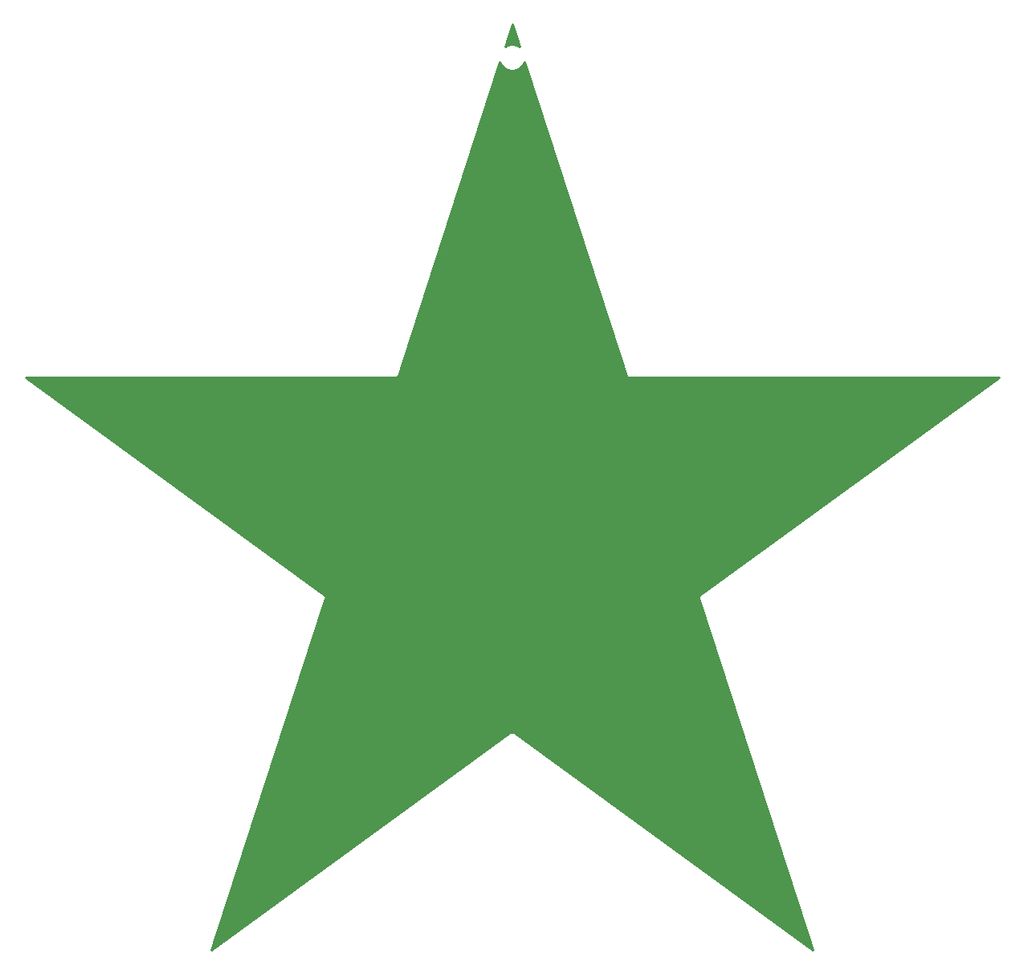
<source format=gbr>
G04 #@! TF.GenerationSoftware,KiCad,Pcbnew,(5.1.8)-1*
G04 #@! TF.CreationDate,2020-12-06T14:54:54-05:00*
G04 #@! TF.ProjectId,Snowflakes,536e6f77-666c-4616-9b65-732e6b696361,rev?*
G04 #@! TF.SameCoordinates,Original*
G04 #@! TF.FileFunction,Copper,L2,Inr*
G04 #@! TF.FilePolarity,Positive*
%FSLAX46Y46*%
G04 Gerber Fmt 4.6, Leading zero omitted, Abs format (unit mm)*
G04 Created by KiCad (PCBNEW (5.1.8)-1) date 2020-12-06 14:54:54*
%MOMM*%
%LPD*%
G01*
G04 APERTURE LIST*
G04 #@! TA.AperFunction,NonConductor*
%ADD10C,0.254000*%
G04 #@! TD*
G04 #@! TA.AperFunction,NonConductor*
%ADD11C,0.100000*%
G04 #@! TD*
G04 APERTURE END LIST*
D10*
X98779718Y-50222254D02*
X98930414Y-50447787D01*
X99122213Y-50639586D01*
X99347746Y-50790282D01*
X99598344Y-50894083D01*
X99864377Y-50947000D01*
X100135623Y-50947000D01*
X100401656Y-50894083D01*
X100652254Y-50790282D01*
X100877787Y-50639586D01*
X101069586Y-50447787D01*
X101220282Y-50222254D01*
X101293457Y-50045594D01*
X112033686Y-83101153D01*
X112042125Y-83128976D01*
X112051302Y-83146147D01*
X112059115Y-83164009D01*
X112066551Y-83174677D01*
X112072673Y-83186133D01*
X112085026Y-83201186D01*
X112096171Y-83217177D01*
X112105545Y-83226190D01*
X112113784Y-83236230D01*
X112128834Y-83248582D01*
X112142888Y-83262095D01*
X112153841Y-83269106D01*
X112163879Y-83277345D01*
X112181053Y-83286526D01*
X112197469Y-83297034D01*
X112209574Y-83301772D01*
X112221032Y-83307897D01*
X112239670Y-83313552D01*
X112257818Y-83320655D01*
X112270613Y-83322940D01*
X112283049Y-83326713D01*
X112302441Y-83328624D01*
X112321616Y-83332048D01*
X112350714Y-83331477D01*
X151295675Y-83333024D01*
X119789470Y-106225535D01*
X119765572Y-106242191D01*
X119752069Y-106256236D01*
X119737506Y-106269177D01*
X119729663Y-106279539D01*
X119720655Y-106288908D01*
X119710150Y-106305319D01*
X119698393Y-106320852D01*
X119692722Y-106332545D01*
X119685716Y-106343490D01*
X119678616Y-106361631D01*
X119670113Y-106379163D01*
X119666832Y-106391737D01*
X119662096Y-106403839D01*
X119658671Y-106423021D01*
X119653753Y-106441871D01*
X119652988Y-106454844D01*
X119650704Y-106467637D01*
X119651086Y-106487114D01*
X119649940Y-106506564D01*
X119651721Y-106519436D01*
X119651976Y-106532431D01*
X119656153Y-106551467D01*
X119658822Y-106570760D01*
X119668358Y-106598255D01*
X131702406Y-143634658D01*
X100195957Y-120745705D01*
X100172743Y-120728132D01*
X100155213Y-120719628D01*
X100138393Y-120709771D01*
X100126120Y-120705516D01*
X100114434Y-120699847D01*
X100095575Y-120694925D01*
X100077162Y-120688541D01*
X100064295Y-120686762D01*
X100051728Y-120683482D01*
X100032273Y-120682334D01*
X100012965Y-120679664D01*
X100000000Y-120680429D01*
X99987034Y-120679664D01*
X99967726Y-120682334D01*
X99948272Y-120683482D01*
X99935706Y-120686762D01*
X99922837Y-120688541D01*
X99904421Y-120694926D01*
X99885566Y-120699847D01*
X99873883Y-120705514D01*
X99861606Y-120709771D01*
X99844784Y-120719630D01*
X99827257Y-120728132D01*
X99804069Y-120745686D01*
X68297592Y-143634660D01*
X80331632Y-106598286D01*
X80341178Y-106570760D01*
X80343848Y-106551465D01*
X80348024Y-106532432D01*
X80348279Y-106519435D01*
X80350060Y-106506564D01*
X80348914Y-106487114D01*
X80349296Y-106467637D01*
X80347012Y-106454844D01*
X80346247Y-106441870D01*
X80341329Y-106423018D01*
X80337904Y-106403839D01*
X80333168Y-106391739D01*
X80329887Y-106379162D01*
X80321382Y-106361626D01*
X80314284Y-106343490D01*
X80307281Y-106332551D01*
X80301607Y-106320851D01*
X80289840Y-106305305D01*
X80279344Y-106288909D01*
X80270345Y-106279550D01*
X80262494Y-106269177D01*
X80247915Y-106256221D01*
X80234427Y-106242192D01*
X80210596Y-106225582D01*
X48704324Y-83333024D01*
X87647341Y-83331477D01*
X87676444Y-83332049D01*
X87695624Y-83328625D01*
X87715027Y-83326713D01*
X87727457Y-83322942D01*
X87740243Y-83320659D01*
X87758395Y-83313555D01*
X87777044Y-83307897D01*
X87788498Y-83301774D01*
X87800592Y-83297041D01*
X87817008Y-83286534D01*
X87834197Y-83277345D01*
X87844235Y-83269106D01*
X87855175Y-83262104D01*
X87869228Y-83248594D01*
X87884292Y-83236230D01*
X87892530Y-83226192D01*
X87901894Y-83217189D01*
X87913038Y-83201201D01*
X87925403Y-83186133D01*
X87931526Y-83174676D01*
X87938952Y-83164022D01*
X87946764Y-83146164D01*
X87955950Y-83128976D01*
X87964403Y-83101108D01*
X98706403Y-50045256D01*
X98779718Y-50222254D01*
G04 #@! TA.AperFunction,NonConductor*
D11*
G36*
X98779718Y-50222254D02*
G01*
X98930414Y-50447787D01*
X99122213Y-50639586D01*
X99347746Y-50790282D01*
X99598344Y-50894083D01*
X99864377Y-50947000D01*
X100135623Y-50947000D01*
X100401656Y-50894083D01*
X100652254Y-50790282D01*
X100877787Y-50639586D01*
X101069586Y-50447787D01*
X101220282Y-50222254D01*
X101293457Y-50045594D01*
X112033686Y-83101153D01*
X112042125Y-83128976D01*
X112051302Y-83146147D01*
X112059115Y-83164009D01*
X112066551Y-83174677D01*
X112072673Y-83186133D01*
X112085026Y-83201186D01*
X112096171Y-83217177D01*
X112105545Y-83226190D01*
X112113784Y-83236230D01*
X112128834Y-83248582D01*
X112142888Y-83262095D01*
X112153841Y-83269106D01*
X112163879Y-83277345D01*
X112181053Y-83286526D01*
X112197469Y-83297034D01*
X112209574Y-83301772D01*
X112221032Y-83307897D01*
X112239670Y-83313552D01*
X112257818Y-83320655D01*
X112270613Y-83322940D01*
X112283049Y-83326713D01*
X112302441Y-83328624D01*
X112321616Y-83332048D01*
X112350714Y-83331477D01*
X151295675Y-83333024D01*
X119789470Y-106225535D01*
X119765572Y-106242191D01*
X119752069Y-106256236D01*
X119737506Y-106269177D01*
X119729663Y-106279539D01*
X119720655Y-106288908D01*
X119710150Y-106305319D01*
X119698393Y-106320852D01*
X119692722Y-106332545D01*
X119685716Y-106343490D01*
X119678616Y-106361631D01*
X119670113Y-106379163D01*
X119666832Y-106391737D01*
X119662096Y-106403839D01*
X119658671Y-106423021D01*
X119653753Y-106441871D01*
X119652988Y-106454844D01*
X119650704Y-106467637D01*
X119651086Y-106487114D01*
X119649940Y-106506564D01*
X119651721Y-106519436D01*
X119651976Y-106532431D01*
X119656153Y-106551467D01*
X119658822Y-106570760D01*
X119668358Y-106598255D01*
X131702406Y-143634658D01*
X100195957Y-120745705D01*
X100172743Y-120728132D01*
X100155213Y-120719628D01*
X100138393Y-120709771D01*
X100126120Y-120705516D01*
X100114434Y-120699847D01*
X100095575Y-120694925D01*
X100077162Y-120688541D01*
X100064295Y-120686762D01*
X100051728Y-120683482D01*
X100032273Y-120682334D01*
X100012965Y-120679664D01*
X100000000Y-120680429D01*
X99987034Y-120679664D01*
X99967726Y-120682334D01*
X99948272Y-120683482D01*
X99935706Y-120686762D01*
X99922837Y-120688541D01*
X99904421Y-120694926D01*
X99885566Y-120699847D01*
X99873883Y-120705514D01*
X99861606Y-120709771D01*
X99844784Y-120719630D01*
X99827257Y-120728132D01*
X99804069Y-120745686D01*
X68297592Y-143634660D01*
X80331632Y-106598286D01*
X80341178Y-106570760D01*
X80343848Y-106551465D01*
X80348024Y-106532432D01*
X80348279Y-106519435D01*
X80350060Y-106506564D01*
X80348914Y-106487114D01*
X80349296Y-106467637D01*
X80347012Y-106454844D01*
X80346247Y-106441870D01*
X80341329Y-106423018D01*
X80337904Y-106403839D01*
X80333168Y-106391739D01*
X80329887Y-106379162D01*
X80321382Y-106361626D01*
X80314284Y-106343490D01*
X80307281Y-106332551D01*
X80301607Y-106320851D01*
X80289840Y-106305305D01*
X80279344Y-106288909D01*
X80270345Y-106279550D01*
X80262494Y-106269177D01*
X80247915Y-106256221D01*
X80234427Y-106242192D01*
X80210596Y-106225582D01*
X48704324Y-83333024D01*
X87647341Y-83331477D01*
X87676444Y-83332049D01*
X87695624Y-83328625D01*
X87715027Y-83326713D01*
X87727457Y-83322942D01*
X87740243Y-83320659D01*
X87758395Y-83313555D01*
X87777044Y-83307897D01*
X87788498Y-83301774D01*
X87800592Y-83297041D01*
X87817008Y-83286534D01*
X87834197Y-83277345D01*
X87844235Y-83269106D01*
X87855175Y-83262104D01*
X87869228Y-83248594D01*
X87884292Y-83236230D01*
X87892530Y-83226192D01*
X87901894Y-83217189D01*
X87913038Y-83201201D01*
X87925403Y-83186133D01*
X87931526Y-83174676D01*
X87938952Y-83164022D01*
X87946764Y-83146164D01*
X87955950Y-83128976D01*
X87964403Y-83101108D01*
X98706403Y-50045256D01*
X98779718Y-50222254D01*
G37*
G04 #@! TD.AperFunction*
D10*
X100767452Y-48426691D02*
X100652254Y-48349718D01*
X100401656Y-48245917D01*
X100135623Y-48193000D01*
X99864377Y-48193000D01*
X99598344Y-48245917D01*
X99347746Y-48349718D01*
X99232334Y-48426834D01*
X99999976Y-46064605D01*
X100767452Y-48426691D01*
G04 #@! TA.AperFunction,NonConductor*
D11*
G36*
X100767452Y-48426691D02*
G01*
X100652254Y-48349718D01*
X100401656Y-48245917D01*
X100135623Y-48193000D01*
X99864377Y-48193000D01*
X99598344Y-48245917D01*
X99347746Y-48349718D01*
X99232334Y-48426834D01*
X99999976Y-46064605D01*
X100767452Y-48426691D01*
G37*
G04 #@! TD.AperFunction*
M02*

</source>
